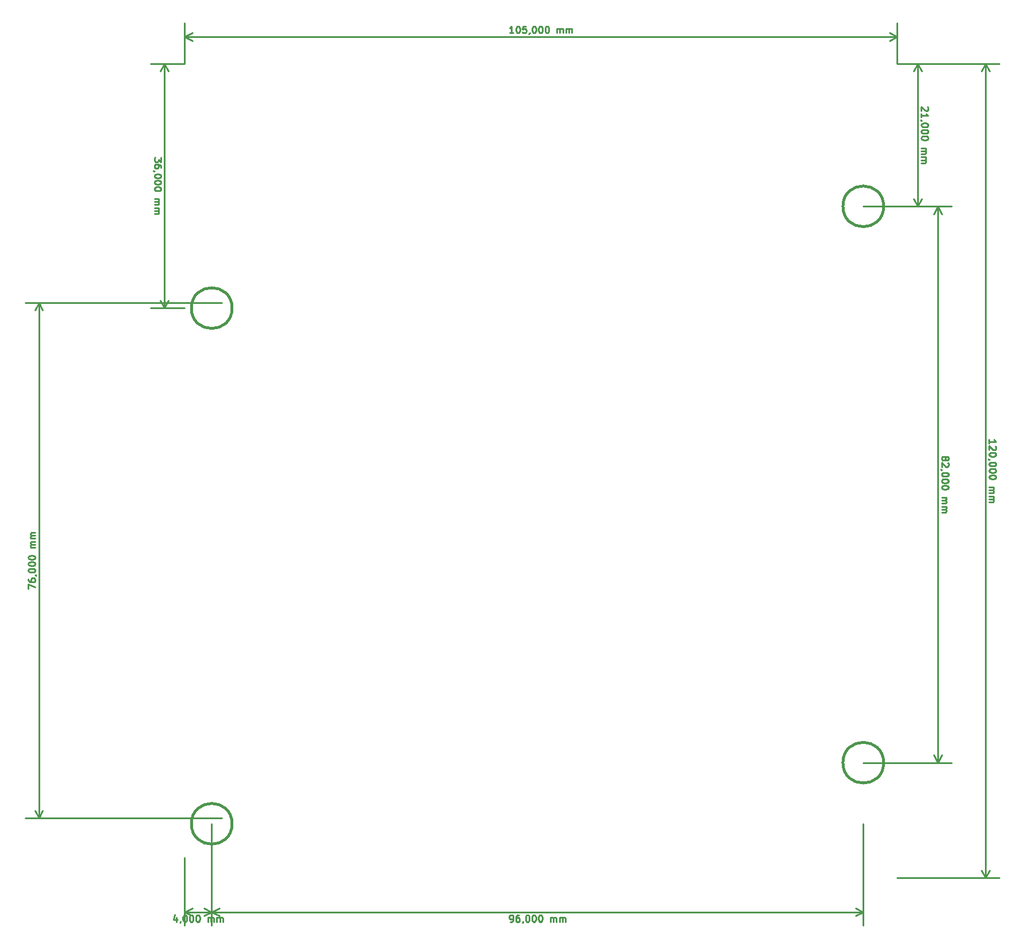
<source format=gbr>
%FSLAX34Y34*%
G04 Gerber Fmt 3.4, Leading zero omitted, Abs format*
G04 (created by PCBNEW (2014-05-13 BZR 4864)-product) date Mi 14 Mai 2014 11:17:40 CEST*
%MOIN*%
G01*
G70*
G90*
G04 APERTURE LIST*
%ADD10C,0.003937*%
%ADD11C,0.009843*%
%ADD12C,0.015000*%
G04 APERTURE END LIST*
G54D10*
G54D11*
X18822Y-57789D02*
X18822Y-58052D01*
X18728Y-57639D02*
X18635Y-57920D01*
X18878Y-57920D01*
X19047Y-58033D02*
X19047Y-58052D01*
X19028Y-58089D01*
X19010Y-58108D01*
X19291Y-57658D02*
X19328Y-57658D01*
X19366Y-57677D01*
X19385Y-57695D01*
X19403Y-57733D01*
X19422Y-57808D01*
X19422Y-57902D01*
X19403Y-57977D01*
X19385Y-58014D01*
X19366Y-58033D01*
X19328Y-58052D01*
X19291Y-58052D01*
X19253Y-58033D01*
X19235Y-58014D01*
X19216Y-57977D01*
X19197Y-57902D01*
X19197Y-57808D01*
X19216Y-57733D01*
X19235Y-57695D01*
X19253Y-57677D01*
X19291Y-57658D01*
X19666Y-57658D02*
X19703Y-57658D01*
X19741Y-57677D01*
X19760Y-57695D01*
X19778Y-57733D01*
X19797Y-57808D01*
X19797Y-57902D01*
X19778Y-57977D01*
X19760Y-58014D01*
X19741Y-58033D01*
X19703Y-58052D01*
X19666Y-58052D01*
X19628Y-58033D01*
X19610Y-58014D01*
X19591Y-57977D01*
X19572Y-57902D01*
X19572Y-57808D01*
X19591Y-57733D01*
X19610Y-57695D01*
X19628Y-57677D01*
X19666Y-57658D01*
X20041Y-57658D02*
X20078Y-57658D01*
X20116Y-57677D01*
X20134Y-57695D01*
X20153Y-57733D01*
X20172Y-57808D01*
X20172Y-57902D01*
X20153Y-57977D01*
X20134Y-58014D01*
X20116Y-58033D01*
X20078Y-58052D01*
X20041Y-58052D01*
X20003Y-58033D01*
X19985Y-58014D01*
X19966Y-57977D01*
X19947Y-57902D01*
X19947Y-57808D01*
X19966Y-57733D01*
X19985Y-57695D01*
X20003Y-57677D01*
X20041Y-57658D01*
X20641Y-58052D02*
X20641Y-57789D01*
X20641Y-57827D02*
X20659Y-57808D01*
X20697Y-57789D01*
X20753Y-57789D01*
X20791Y-57808D01*
X20809Y-57845D01*
X20809Y-58052D01*
X20809Y-57845D02*
X20828Y-57808D01*
X20866Y-57789D01*
X20922Y-57789D01*
X20959Y-57808D01*
X20978Y-57845D01*
X20978Y-58052D01*
X21166Y-58052D02*
X21166Y-57789D01*
X21166Y-57827D02*
X21184Y-57808D01*
X21222Y-57789D01*
X21278Y-57789D01*
X21316Y-57808D01*
X21334Y-57845D01*
X21334Y-58052D01*
X21334Y-57845D02*
X21353Y-57808D01*
X21391Y-57789D01*
X21447Y-57789D01*
X21484Y-57808D01*
X21503Y-57845D01*
X21503Y-58052D01*
X19291Y-57480D02*
X20866Y-57480D01*
X19291Y-54330D02*
X19291Y-58267D01*
X20866Y-54330D02*
X20866Y-58267D01*
X20866Y-57480D02*
X20422Y-57711D01*
X20866Y-57480D02*
X20422Y-57249D01*
X19291Y-57480D02*
X19734Y-57711D01*
X19291Y-57480D02*
X19734Y-57249D01*
X62382Y-10770D02*
X62401Y-10789D01*
X62420Y-10826D01*
X62420Y-10920D01*
X62401Y-10958D01*
X62382Y-10976D01*
X62345Y-10995D01*
X62307Y-10995D01*
X62251Y-10976D01*
X62026Y-10751D01*
X62026Y-10995D01*
X62026Y-11370D02*
X62026Y-11145D01*
X62026Y-11257D02*
X62420Y-11257D01*
X62364Y-11220D01*
X62326Y-11182D01*
X62307Y-11145D01*
X62045Y-11557D02*
X62026Y-11557D01*
X61989Y-11539D01*
X61970Y-11520D01*
X62420Y-11801D02*
X62420Y-11839D01*
X62401Y-11876D01*
X62382Y-11895D01*
X62345Y-11914D01*
X62270Y-11932D01*
X62176Y-11932D01*
X62101Y-11914D01*
X62064Y-11895D01*
X62045Y-11876D01*
X62026Y-11839D01*
X62026Y-11801D01*
X62045Y-11764D01*
X62064Y-11745D01*
X62101Y-11726D01*
X62176Y-11707D01*
X62270Y-11707D01*
X62345Y-11726D01*
X62382Y-11745D01*
X62401Y-11764D01*
X62420Y-11801D01*
X62420Y-12176D02*
X62420Y-12214D01*
X62401Y-12251D01*
X62382Y-12270D01*
X62345Y-12289D01*
X62270Y-12307D01*
X62176Y-12307D01*
X62101Y-12289D01*
X62064Y-12270D01*
X62045Y-12251D01*
X62026Y-12214D01*
X62026Y-12176D01*
X62045Y-12139D01*
X62064Y-12120D01*
X62101Y-12101D01*
X62176Y-12082D01*
X62270Y-12082D01*
X62345Y-12101D01*
X62382Y-12120D01*
X62401Y-12139D01*
X62420Y-12176D01*
X62420Y-12551D02*
X62420Y-12589D01*
X62401Y-12626D01*
X62382Y-12645D01*
X62345Y-12664D01*
X62270Y-12682D01*
X62176Y-12682D01*
X62101Y-12664D01*
X62064Y-12645D01*
X62045Y-12626D01*
X62026Y-12589D01*
X62026Y-12551D01*
X62045Y-12514D01*
X62064Y-12495D01*
X62101Y-12476D01*
X62176Y-12457D01*
X62270Y-12457D01*
X62345Y-12476D01*
X62382Y-12495D01*
X62401Y-12514D01*
X62420Y-12551D01*
X62026Y-13151D02*
X62289Y-13151D01*
X62251Y-13151D02*
X62270Y-13170D01*
X62289Y-13207D01*
X62289Y-13263D01*
X62270Y-13301D01*
X62232Y-13320D01*
X62026Y-13320D01*
X62232Y-13320D02*
X62270Y-13338D01*
X62289Y-13376D01*
X62289Y-13432D01*
X62270Y-13470D01*
X62232Y-13488D01*
X62026Y-13488D01*
X62026Y-13676D02*
X62289Y-13676D01*
X62251Y-13676D02*
X62270Y-13695D01*
X62289Y-13732D01*
X62289Y-13788D01*
X62270Y-13826D01*
X62232Y-13845D01*
X62026Y-13845D01*
X62232Y-13845D02*
X62270Y-13863D01*
X62289Y-13901D01*
X62289Y-13957D01*
X62270Y-13995D01*
X62232Y-14013D01*
X62026Y-14013D01*
X61811Y-8267D02*
X61811Y-16535D01*
X60629Y-8267D02*
X62598Y-8267D01*
X60629Y-16535D02*
X62598Y-16535D01*
X61811Y-16535D02*
X61580Y-16091D01*
X61811Y-16535D02*
X62041Y-16091D01*
X61811Y-8267D02*
X61580Y-8711D01*
X61811Y-8267D02*
X62041Y-8711D01*
X17932Y-13704D02*
X17932Y-13948D01*
X17782Y-13817D01*
X17782Y-13873D01*
X17763Y-13910D01*
X17744Y-13929D01*
X17707Y-13948D01*
X17613Y-13948D01*
X17575Y-13929D01*
X17557Y-13910D01*
X17538Y-13873D01*
X17538Y-13760D01*
X17557Y-13723D01*
X17575Y-13704D01*
X17932Y-14285D02*
X17932Y-14210D01*
X17913Y-14173D01*
X17894Y-14154D01*
X17838Y-14116D01*
X17763Y-14098D01*
X17613Y-14098D01*
X17575Y-14116D01*
X17557Y-14135D01*
X17538Y-14173D01*
X17538Y-14248D01*
X17557Y-14285D01*
X17575Y-14304D01*
X17613Y-14323D01*
X17707Y-14323D01*
X17744Y-14304D01*
X17763Y-14285D01*
X17782Y-14248D01*
X17782Y-14173D01*
X17763Y-14135D01*
X17744Y-14116D01*
X17707Y-14098D01*
X17557Y-14510D02*
X17538Y-14510D01*
X17500Y-14491D01*
X17482Y-14473D01*
X17932Y-14754D02*
X17932Y-14791D01*
X17913Y-14829D01*
X17894Y-14848D01*
X17857Y-14866D01*
X17782Y-14885D01*
X17688Y-14885D01*
X17613Y-14866D01*
X17575Y-14848D01*
X17557Y-14829D01*
X17538Y-14791D01*
X17538Y-14754D01*
X17557Y-14716D01*
X17575Y-14698D01*
X17613Y-14679D01*
X17688Y-14660D01*
X17782Y-14660D01*
X17857Y-14679D01*
X17894Y-14698D01*
X17913Y-14716D01*
X17932Y-14754D01*
X17932Y-15129D02*
X17932Y-15166D01*
X17913Y-15204D01*
X17894Y-15223D01*
X17857Y-15241D01*
X17782Y-15260D01*
X17688Y-15260D01*
X17613Y-15241D01*
X17575Y-15223D01*
X17557Y-15204D01*
X17538Y-15166D01*
X17538Y-15129D01*
X17557Y-15091D01*
X17575Y-15073D01*
X17613Y-15054D01*
X17688Y-15035D01*
X17782Y-15035D01*
X17857Y-15054D01*
X17894Y-15073D01*
X17913Y-15091D01*
X17932Y-15129D01*
X17932Y-15504D02*
X17932Y-15541D01*
X17913Y-15579D01*
X17894Y-15598D01*
X17857Y-15616D01*
X17782Y-15635D01*
X17688Y-15635D01*
X17613Y-15616D01*
X17575Y-15598D01*
X17557Y-15579D01*
X17538Y-15541D01*
X17538Y-15504D01*
X17557Y-15466D01*
X17575Y-15448D01*
X17613Y-15429D01*
X17688Y-15410D01*
X17782Y-15410D01*
X17857Y-15429D01*
X17894Y-15448D01*
X17913Y-15466D01*
X17932Y-15504D01*
X17538Y-16104D02*
X17800Y-16104D01*
X17763Y-16104D02*
X17782Y-16122D01*
X17800Y-16160D01*
X17800Y-16216D01*
X17782Y-16254D01*
X17744Y-16272D01*
X17538Y-16272D01*
X17744Y-16272D02*
X17782Y-16291D01*
X17800Y-16329D01*
X17800Y-16385D01*
X17782Y-16422D01*
X17744Y-16441D01*
X17538Y-16441D01*
X17538Y-16629D02*
X17800Y-16629D01*
X17763Y-16629D02*
X17782Y-16647D01*
X17800Y-16685D01*
X17800Y-16741D01*
X17782Y-16779D01*
X17744Y-16797D01*
X17538Y-16797D01*
X17744Y-16797D02*
X17782Y-16816D01*
X17800Y-16854D01*
X17800Y-16910D01*
X17782Y-16947D01*
X17744Y-16966D01*
X17538Y-16966D01*
X18110Y-8267D02*
X18110Y-22440D01*
X19291Y-8267D02*
X17322Y-8267D01*
X19291Y-22440D02*
X17322Y-22440D01*
X18110Y-22440D02*
X17879Y-21997D01*
X18110Y-22440D02*
X18341Y-21997D01*
X18110Y-8267D02*
X17879Y-8711D01*
X18110Y-8267D02*
X18341Y-8711D01*
X65963Y-30296D02*
X65963Y-30071D01*
X65963Y-30183D02*
X66357Y-30183D01*
X66301Y-30146D01*
X66263Y-30108D01*
X66244Y-30071D01*
X66319Y-30446D02*
X66338Y-30464D01*
X66357Y-30502D01*
X66357Y-30596D01*
X66338Y-30633D01*
X66319Y-30652D01*
X66282Y-30671D01*
X66244Y-30671D01*
X66188Y-30652D01*
X65963Y-30427D01*
X65963Y-30671D01*
X66357Y-30914D02*
X66357Y-30952D01*
X66338Y-30989D01*
X66319Y-31008D01*
X66282Y-31027D01*
X66207Y-31046D01*
X66113Y-31046D01*
X66038Y-31027D01*
X66001Y-31008D01*
X65982Y-30989D01*
X65963Y-30952D01*
X65963Y-30914D01*
X65982Y-30877D01*
X66001Y-30858D01*
X66038Y-30839D01*
X66113Y-30821D01*
X66207Y-30821D01*
X66282Y-30839D01*
X66319Y-30858D01*
X66338Y-30877D01*
X66357Y-30914D01*
X65982Y-31233D02*
X65963Y-31233D01*
X65926Y-31214D01*
X65907Y-31196D01*
X66357Y-31477D02*
X66357Y-31514D01*
X66338Y-31552D01*
X66319Y-31571D01*
X66282Y-31589D01*
X66207Y-31608D01*
X66113Y-31608D01*
X66038Y-31589D01*
X66001Y-31571D01*
X65982Y-31552D01*
X65963Y-31514D01*
X65963Y-31477D01*
X65982Y-31439D01*
X66001Y-31421D01*
X66038Y-31402D01*
X66113Y-31383D01*
X66207Y-31383D01*
X66282Y-31402D01*
X66319Y-31421D01*
X66338Y-31439D01*
X66357Y-31477D01*
X66357Y-31852D02*
X66357Y-31889D01*
X66338Y-31927D01*
X66319Y-31946D01*
X66282Y-31964D01*
X66207Y-31983D01*
X66113Y-31983D01*
X66038Y-31964D01*
X66001Y-31946D01*
X65982Y-31927D01*
X65963Y-31889D01*
X65963Y-31852D01*
X65982Y-31814D01*
X66001Y-31796D01*
X66038Y-31777D01*
X66113Y-31758D01*
X66207Y-31758D01*
X66282Y-31777D01*
X66319Y-31796D01*
X66338Y-31814D01*
X66357Y-31852D01*
X66357Y-32227D02*
X66357Y-32264D01*
X66338Y-32302D01*
X66319Y-32320D01*
X66282Y-32339D01*
X66207Y-32358D01*
X66113Y-32358D01*
X66038Y-32339D01*
X66001Y-32320D01*
X65982Y-32302D01*
X65963Y-32264D01*
X65963Y-32227D01*
X65982Y-32189D01*
X66001Y-32170D01*
X66038Y-32152D01*
X66113Y-32133D01*
X66207Y-32133D01*
X66282Y-32152D01*
X66319Y-32170D01*
X66338Y-32189D01*
X66357Y-32227D01*
X65963Y-32827D02*
X66226Y-32827D01*
X66188Y-32827D02*
X66207Y-32845D01*
X66226Y-32883D01*
X66226Y-32939D01*
X66207Y-32977D01*
X66169Y-32995D01*
X65963Y-32995D01*
X66169Y-32995D02*
X66207Y-33014D01*
X66226Y-33052D01*
X66226Y-33108D01*
X66207Y-33145D01*
X66169Y-33164D01*
X65963Y-33164D01*
X65963Y-33352D02*
X66226Y-33352D01*
X66188Y-33352D02*
X66207Y-33370D01*
X66226Y-33408D01*
X66226Y-33464D01*
X66207Y-33502D01*
X66169Y-33520D01*
X65963Y-33520D01*
X66169Y-33520D02*
X66207Y-33539D01*
X66226Y-33577D01*
X66226Y-33633D01*
X66207Y-33670D01*
X66169Y-33689D01*
X65963Y-33689D01*
X65748Y-8267D02*
X65748Y-55511D01*
X60629Y-8267D02*
X66535Y-8267D01*
X60629Y-55511D02*
X66535Y-55511D01*
X65748Y-55511D02*
X65517Y-55068D01*
X65748Y-55511D02*
X65978Y-55068D01*
X65748Y-8267D02*
X65517Y-8711D01*
X65748Y-8267D02*
X65978Y-8711D01*
X38367Y-6477D02*
X38142Y-6477D01*
X38254Y-6477D02*
X38254Y-6083D01*
X38217Y-6139D01*
X38179Y-6177D01*
X38142Y-6196D01*
X38610Y-6083D02*
X38648Y-6083D01*
X38685Y-6102D01*
X38704Y-6121D01*
X38723Y-6158D01*
X38742Y-6233D01*
X38742Y-6327D01*
X38723Y-6402D01*
X38704Y-6439D01*
X38685Y-6458D01*
X38648Y-6477D01*
X38610Y-6477D01*
X38573Y-6458D01*
X38554Y-6439D01*
X38535Y-6402D01*
X38517Y-6327D01*
X38517Y-6233D01*
X38535Y-6158D01*
X38554Y-6121D01*
X38573Y-6102D01*
X38610Y-6083D01*
X39098Y-6083D02*
X38910Y-6083D01*
X38892Y-6271D01*
X38910Y-6252D01*
X38948Y-6233D01*
X39041Y-6233D01*
X39079Y-6252D01*
X39098Y-6271D01*
X39116Y-6308D01*
X39116Y-6402D01*
X39098Y-6439D01*
X39079Y-6458D01*
X39041Y-6477D01*
X38948Y-6477D01*
X38910Y-6458D01*
X38892Y-6439D01*
X39304Y-6458D02*
X39304Y-6477D01*
X39285Y-6514D01*
X39266Y-6533D01*
X39548Y-6083D02*
X39585Y-6083D01*
X39623Y-6102D01*
X39641Y-6121D01*
X39660Y-6158D01*
X39679Y-6233D01*
X39679Y-6327D01*
X39660Y-6402D01*
X39641Y-6439D01*
X39623Y-6458D01*
X39585Y-6477D01*
X39548Y-6477D01*
X39510Y-6458D01*
X39491Y-6439D01*
X39473Y-6402D01*
X39454Y-6327D01*
X39454Y-6233D01*
X39473Y-6158D01*
X39491Y-6121D01*
X39510Y-6102D01*
X39548Y-6083D01*
X39923Y-6083D02*
X39960Y-6083D01*
X39998Y-6102D01*
X40016Y-6121D01*
X40035Y-6158D01*
X40054Y-6233D01*
X40054Y-6327D01*
X40035Y-6402D01*
X40016Y-6439D01*
X39998Y-6458D01*
X39960Y-6477D01*
X39923Y-6477D01*
X39885Y-6458D01*
X39866Y-6439D01*
X39848Y-6402D01*
X39829Y-6327D01*
X39829Y-6233D01*
X39848Y-6158D01*
X39866Y-6121D01*
X39885Y-6102D01*
X39923Y-6083D01*
X40298Y-6083D02*
X40335Y-6083D01*
X40373Y-6102D01*
X40391Y-6121D01*
X40410Y-6158D01*
X40429Y-6233D01*
X40429Y-6327D01*
X40410Y-6402D01*
X40391Y-6439D01*
X40373Y-6458D01*
X40335Y-6477D01*
X40298Y-6477D01*
X40260Y-6458D01*
X40241Y-6439D01*
X40223Y-6402D01*
X40204Y-6327D01*
X40204Y-6233D01*
X40223Y-6158D01*
X40241Y-6121D01*
X40260Y-6102D01*
X40298Y-6083D01*
X40898Y-6477D02*
X40898Y-6214D01*
X40898Y-6252D02*
X40916Y-6233D01*
X40954Y-6214D01*
X41010Y-6214D01*
X41047Y-6233D01*
X41066Y-6271D01*
X41066Y-6477D01*
X41066Y-6271D02*
X41085Y-6233D01*
X41122Y-6214D01*
X41179Y-6214D01*
X41216Y-6233D01*
X41235Y-6271D01*
X41235Y-6477D01*
X41422Y-6477D02*
X41422Y-6214D01*
X41422Y-6252D02*
X41441Y-6233D01*
X41479Y-6214D01*
X41535Y-6214D01*
X41572Y-6233D01*
X41591Y-6271D01*
X41591Y-6477D01*
X41591Y-6271D02*
X41610Y-6233D01*
X41647Y-6214D01*
X41704Y-6214D01*
X41741Y-6233D01*
X41760Y-6271D01*
X41760Y-6477D01*
X19291Y-6692D02*
X60629Y-6692D01*
X19291Y-8267D02*
X19291Y-5905D01*
X60629Y-8267D02*
X60629Y-5905D01*
X60629Y-6692D02*
X60186Y-6923D01*
X60629Y-6692D02*
X60186Y-6462D01*
X19291Y-6692D02*
X19734Y-6923D01*
X19291Y-6692D02*
X19734Y-6462D01*
X10226Y-38726D02*
X10226Y-38463D01*
X10620Y-38632D01*
X10226Y-38145D02*
X10226Y-38220D01*
X10245Y-38257D01*
X10264Y-38276D01*
X10320Y-38313D01*
X10395Y-38332D01*
X10545Y-38332D01*
X10583Y-38313D01*
X10601Y-38295D01*
X10620Y-38257D01*
X10620Y-38182D01*
X10601Y-38145D01*
X10583Y-38126D01*
X10545Y-38107D01*
X10451Y-38107D01*
X10414Y-38126D01*
X10395Y-38145D01*
X10376Y-38182D01*
X10376Y-38257D01*
X10395Y-38295D01*
X10414Y-38313D01*
X10451Y-38332D01*
X10601Y-37920D02*
X10620Y-37920D01*
X10658Y-37938D01*
X10676Y-37957D01*
X10226Y-37676D02*
X10226Y-37639D01*
X10245Y-37601D01*
X10264Y-37582D01*
X10301Y-37564D01*
X10376Y-37545D01*
X10470Y-37545D01*
X10545Y-37564D01*
X10583Y-37582D01*
X10601Y-37601D01*
X10620Y-37639D01*
X10620Y-37676D01*
X10601Y-37713D01*
X10583Y-37732D01*
X10545Y-37751D01*
X10470Y-37770D01*
X10376Y-37770D01*
X10301Y-37751D01*
X10264Y-37732D01*
X10245Y-37713D01*
X10226Y-37676D01*
X10226Y-37301D02*
X10226Y-37264D01*
X10245Y-37226D01*
X10264Y-37207D01*
X10301Y-37189D01*
X10376Y-37170D01*
X10470Y-37170D01*
X10545Y-37189D01*
X10583Y-37207D01*
X10601Y-37226D01*
X10620Y-37264D01*
X10620Y-37301D01*
X10601Y-37339D01*
X10583Y-37357D01*
X10545Y-37376D01*
X10470Y-37395D01*
X10376Y-37395D01*
X10301Y-37376D01*
X10264Y-37357D01*
X10245Y-37339D01*
X10226Y-37301D01*
X10226Y-36926D02*
X10226Y-36889D01*
X10245Y-36851D01*
X10264Y-36832D01*
X10301Y-36814D01*
X10376Y-36795D01*
X10470Y-36795D01*
X10545Y-36814D01*
X10583Y-36832D01*
X10601Y-36851D01*
X10620Y-36889D01*
X10620Y-36926D01*
X10601Y-36964D01*
X10583Y-36982D01*
X10545Y-37001D01*
X10470Y-37020D01*
X10376Y-37020D01*
X10301Y-37001D01*
X10264Y-36982D01*
X10245Y-36964D01*
X10226Y-36926D01*
X10620Y-36326D02*
X10358Y-36326D01*
X10395Y-36326D02*
X10376Y-36307D01*
X10358Y-36270D01*
X10358Y-36214D01*
X10376Y-36176D01*
X10414Y-36157D01*
X10620Y-36157D01*
X10414Y-36157D02*
X10376Y-36139D01*
X10358Y-36101D01*
X10358Y-36045D01*
X10376Y-36007D01*
X10414Y-35989D01*
X10620Y-35989D01*
X10620Y-35801D02*
X10358Y-35801D01*
X10395Y-35801D02*
X10376Y-35782D01*
X10358Y-35745D01*
X10358Y-35689D01*
X10376Y-35651D01*
X10414Y-35633D01*
X10620Y-35633D01*
X10414Y-35633D02*
X10376Y-35614D01*
X10358Y-35576D01*
X10358Y-35520D01*
X10376Y-35483D01*
X10414Y-35464D01*
X10620Y-35464D01*
X10836Y-52037D02*
X10836Y-22115D01*
X21466Y-52037D02*
X10048Y-52037D01*
X21466Y-22115D02*
X10048Y-22115D01*
X10836Y-22115D02*
X11067Y-22559D01*
X10836Y-22115D02*
X10605Y-22559D01*
X10836Y-52037D02*
X11067Y-51593D01*
X10836Y-52037D02*
X10605Y-51593D01*
X38170Y-58052D02*
X38245Y-58052D01*
X38282Y-58033D01*
X38301Y-58014D01*
X38338Y-57958D01*
X38357Y-57883D01*
X38357Y-57733D01*
X38338Y-57695D01*
X38320Y-57677D01*
X38282Y-57658D01*
X38207Y-57658D01*
X38170Y-57677D01*
X38151Y-57695D01*
X38132Y-57733D01*
X38132Y-57827D01*
X38151Y-57864D01*
X38170Y-57883D01*
X38207Y-57902D01*
X38282Y-57902D01*
X38320Y-57883D01*
X38338Y-57864D01*
X38357Y-57827D01*
X38695Y-57658D02*
X38620Y-57658D01*
X38582Y-57677D01*
X38563Y-57695D01*
X38526Y-57752D01*
X38507Y-57827D01*
X38507Y-57977D01*
X38526Y-58014D01*
X38545Y-58033D01*
X38582Y-58052D01*
X38657Y-58052D01*
X38695Y-58033D01*
X38713Y-58014D01*
X38732Y-57977D01*
X38732Y-57883D01*
X38713Y-57845D01*
X38695Y-57827D01*
X38657Y-57808D01*
X38582Y-57808D01*
X38545Y-57827D01*
X38526Y-57845D01*
X38507Y-57883D01*
X38920Y-58033D02*
X38920Y-58052D01*
X38901Y-58089D01*
X38882Y-58108D01*
X39163Y-57658D02*
X39201Y-57658D01*
X39238Y-57677D01*
X39257Y-57695D01*
X39276Y-57733D01*
X39295Y-57808D01*
X39295Y-57902D01*
X39276Y-57977D01*
X39257Y-58014D01*
X39238Y-58033D01*
X39201Y-58052D01*
X39163Y-58052D01*
X39126Y-58033D01*
X39107Y-58014D01*
X39088Y-57977D01*
X39070Y-57902D01*
X39070Y-57808D01*
X39088Y-57733D01*
X39107Y-57695D01*
X39126Y-57677D01*
X39163Y-57658D01*
X39538Y-57658D02*
X39576Y-57658D01*
X39613Y-57677D01*
X39632Y-57695D01*
X39651Y-57733D01*
X39670Y-57808D01*
X39670Y-57902D01*
X39651Y-57977D01*
X39632Y-58014D01*
X39613Y-58033D01*
X39576Y-58052D01*
X39538Y-58052D01*
X39501Y-58033D01*
X39482Y-58014D01*
X39463Y-57977D01*
X39445Y-57902D01*
X39445Y-57808D01*
X39463Y-57733D01*
X39482Y-57695D01*
X39501Y-57677D01*
X39538Y-57658D01*
X39913Y-57658D02*
X39951Y-57658D01*
X39988Y-57677D01*
X40007Y-57695D01*
X40026Y-57733D01*
X40044Y-57808D01*
X40044Y-57902D01*
X40026Y-57977D01*
X40007Y-58014D01*
X39988Y-58033D01*
X39951Y-58052D01*
X39913Y-58052D01*
X39876Y-58033D01*
X39857Y-58014D01*
X39838Y-57977D01*
X39820Y-57902D01*
X39820Y-57808D01*
X39838Y-57733D01*
X39857Y-57695D01*
X39876Y-57677D01*
X39913Y-57658D01*
X40513Y-58052D02*
X40513Y-57789D01*
X40513Y-57827D02*
X40532Y-57808D01*
X40569Y-57789D01*
X40626Y-57789D01*
X40663Y-57808D01*
X40682Y-57845D01*
X40682Y-58052D01*
X40682Y-57845D02*
X40701Y-57808D01*
X40738Y-57789D01*
X40794Y-57789D01*
X40832Y-57808D01*
X40851Y-57845D01*
X40851Y-58052D01*
X41038Y-58052D02*
X41038Y-57789D01*
X41038Y-57827D02*
X41057Y-57808D01*
X41094Y-57789D01*
X41151Y-57789D01*
X41188Y-57808D01*
X41207Y-57845D01*
X41207Y-58052D01*
X41207Y-57845D02*
X41226Y-57808D01*
X41263Y-57789D01*
X41319Y-57789D01*
X41357Y-57808D01*
X41376Y-57845D01*
X41376Y-58052D01*
X20866Y-57480D02*
X58661Y-57480D01*
X20866Y-52362D02*
X20866Y-58267D01*
X58661Y-52362D02*
X58661Y-58267D01*
X58661Y-57480D02*
X58217Y-57711D01*
X58661Y-57480D02*
X58217Y-57249D01*
X20866Y-57480D02*
X21309Y-57711D01*
X20866Y-57480D02*
X21309Y-57249D01*
X63432Y-31121D02*
X63451Y-31083D01*
X63470Y-31064D01*
X63507Y-31046D01*
X63526Y-31046D01*
X63563Y-31064D01*
X63582Y-31083D01*
X63601Y-31121D01*
X63601Y-31196D01*
X63582Y-31233D01*
X63563Y-31252D01*
X63526Y-31271D01*
X63507Y-31271D01*
X63470Y-31252D01*
X63451Y-31233D01*
X63432Y-31196D01*
X63432Y-31121D01*
X63413Y-31083D01*
X63395Y-31064D01*
X63357Y-31046D01*
X63282Y-31046D01*
X63245Y-31064D01*
X63226Y-31083D01*
X63207Y-31121D01*
X63207Y-31196D01*
X63226Y-31233D01*
X63245Y-31252D01*
X63282Y-31271D01*
X63357Y-31271D01*
X63395Y-31252D01*
X63413Y-31233D01*
X63432Y-31196D01*
X63563Y-31421D02*
X63582Y-31439D01*
X63601Y-31477D01*
X63601Y-31571D01*
X63582Y-31608D01*
X63563Y-31627D01*
X63526Y-31646D01*
X63488Y-31646D01*
X63432Y-31627D01*
X63207Y-31402D01*
X63207Y-31646D01*
X63226Y-31833D02*
X63207Y-31833D01*
X63170Y-31814D01*
X63151Y-31796D01*
X63601Y-32077D02*
X63601Y-32114D01*
X63582Y-32152D01*
X63563Y-32170D01*
X63526Y-32189D01*
X63451Y-32208D01*
X63357Y-32208D01*
X63282Y-32189D01*
X63245Y-32170D01*
X63226Y-32152D01*
X63207Y-32114D01*
X63207Y-32077D01*
X63226Y-32039D01*
X63245Y-32020D01*
X63282Y-32002D01*
X63357Y-31983D01*
X63451Y-31983D01*
X63526Y-32002D01*
X63563Y-32020D01*
X63582Y-32039D01*
X63601Y-32077D01*
X63601Y-32452D02*
X63601Y-32489D01*
X63582Y-32527D01*
X63563Y-32545D01*
X63526Y-32564D01*
X63451Y-32583D01*
X63357Y-32583D01*
X63282Y-32564D01*
X63245Y-32545D01*
X63226Y-32527D01*
X63207Y-32489D01*
X63207Y-32452D01*
X63226Y-32414D01*
X63245Y-32395D01*
X63282Y-32377D01*
X63357Y-32358D01*
X63451Y-32358D01*
X63526Y-32377D01*
X63563Y-32395D01*
X63582Y-32414D01*
X63601Y-32452D01*
X63601Y-32827D02*
X63601Y-32864D01*
X63582Y-32902D01*
X63563Y-32920D01*
X63526Y-32939D01*
X63451Y-32958D01*
X63357Y-32958D01*
X63282Y-32939D01*
X63245Y-32920D01*
X63226Y-32902D01*
X63207Y-32864D01*
X63207Y-32827D01*
X63226Y-32789D01*
X63245Y-32770D01*
X63282Y-32752D01*
X63357Y-32733D01*
X63451Y-32733D01*
X63526Y-32752D01*
X63563Y-32770D01*
X63582Y-32789D01*
X63601Y-32827D01*
X63207Y-33427D02*
X63470Y-33427D01*
X63432Y-33427D02*
X63451Y-33445D01*
X63470Y-33483D01*
X63470Y-33539D01*
X63451Y-33577D01*
X63413Y-33595D01*
X63207Y-33595D01*
X63413Y-33595D02*
X63451Y-33614D01*
X63470Y-33652D01*
X63470Y-33708D01*
X63451Y-33745D01*
X63413Y-33764D01*
X63207Y-33764D01*
X63207Y-33952D02*
X63470Y-33952D01*
X63432Y-33952D02*
X63451Y-33970D01*
X63470Y-34008D01*
X63470Y-34064D01*
X63451Y-34101D01*
X63413Y-34120D01*
X63207Y-34120D01*
X63413Y-34120D02*
X63451Y-34139D01*
X63470Y-34176D01*
X63470Y-34233D01*
X63451Y-34270D01*
X63413Y-34289D01*
X63207Y-34289D01*
X62992Y-16535D02*
X62992Y-48818D01*
X58661Y-16535D02*
X63779Y-16535D01*
X58661Y-48818D02*
X63779Y-48818D01*
X62992Y-48818D02*
X62761Y-48375D01*
X62992Y-48818D02*
X63223Y-48375D01*
X62992Y-16535D02*
X62761Y-16978D01*
X62992Y-16535D02*
X63223Y-16978D01*
G54D12*
X22047Y-22440D02*
G75*
G03X22047Y-22440I-1181J0D01*
G74*
G01*
X59842Y-16535D02*
G75*
G03X59842Y-16535I-1181J0D01*
G74*
G01*
X59842Y-48818D02*
G75*
G03X59842Y-48818I-1181J0D01*
G74*
G01*
X22047Y-52362D02*
G75*
G03X22047Y-52362I-1181J0D01*
G74*
G01*
M02*

</source>
